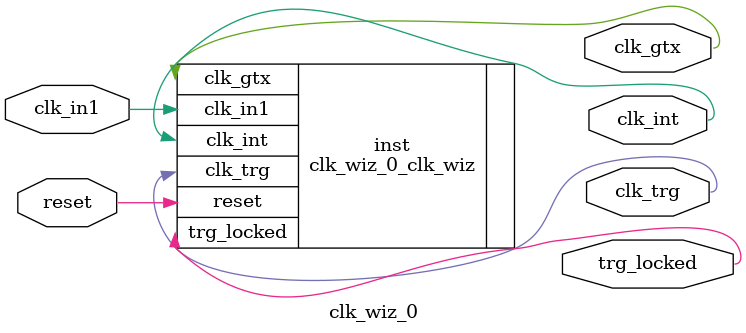
<source format=v>


`timescale 1ps/1ps

(* CORE_GENERATION_INFO = "clk_wiz_0,clk_wiz_v5_4_1_0,{component_name=clk_wiz_0,use_phase_alignment=true,use_min_o_jitter=false,use_max_i_jitter=false,use_dyn_phase_shift=false,use_inclk_switchover=false,use_dyn_reconfig=false,enable_axi=0,feedback_source=FDBK_AUTO,PRIMITIVE=MMCM,num_out_clk=3,clkin1_period=20.000,clkin2_period=10.0,use_power_down=false,use_reset=true,use_locked=true,use_inclk_stopped=false,feedback_type=SINGLE,CLOCK_MGR_TYPE=NA,manual_override=false}" *)

module clk_wiz_0 
 (
  // Clock out ports
  output        clk_trg,
  output        clk_gtx,
  output        clk_int,
  // Status and control signals
  input         reset,
  output        trg_locked,
 // Clock in ports
  input         clk_in1
 );

  clk_wiz_0_clk_wiz inst
  (
  // Clock out ports  
  .clk_trg(clk_trg),
  .clk_gtx(clk_gtx),
  .clk_int(clk_int),
  // Status and control signals               
  .reset(reset), 
  .trg_locked(trg_locked),
 // Clock in ports
  .clk_in1(clk_in1)
  );

endmodule

</source>
